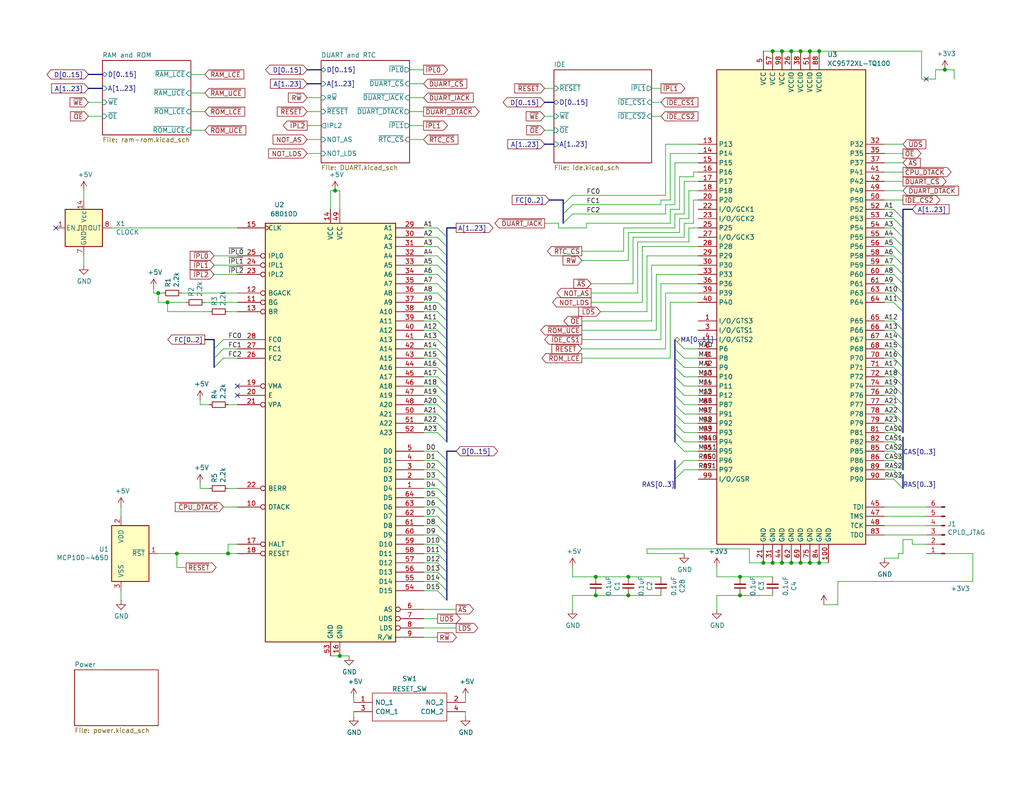
<source format=kicad_sch>
(kicad_sch (version 20230121) (generator eeschema)
  (paper "USLetter")
  (title_block (title "The Raven68k Experience") (date "2023-10-31") (rev "Rev 2.0") (company "Jani Kuituniemi and Chris Cureau"))
  (junction (at 162.56 162.56))
  (junction (at 162.56 157.48))
  (junction (at 215.9 153.67))
  (junction (at 218.44 13.97))
  (junction (at 210.82 13.97))
  (junction (at 62.23 151.13))
  (junction (at 213.36 153.67))
  (junction (at 43.18 80.01))
  (junction (at 215.9 13.97))
  (junction (at 213.36 13.97))
  (junction (at 220.98 13.97))
  (junction (at 218.44 153.67))
  (junction (at 171.45 162.56))
  (junction (at 220.98 153.67))
  (junction (at 210.82 153.67))
  (junction (at 208.28 153.67))
  (junction (at 171.45 157.48))
  (junction (at 223.52 13.97))
  (junction (at 201.93 157.48))
  (junction (at 91.44 52.07))
  (junction (at 201.93 162.56))
  (junction (at 223.52 153.67))
  (junction (at 92.71 179.07))
  (junction (at 48.26 151.13))
  (junction (at 45.72 82.55))
  (junction (at 257.81 19.05))
  (no_connect (at 64.77 105.41))
  (no_connect (at 15.24 62.23))
  (no_connect (at 64.77 107.95))
  (no_connect (at 252.73 21.59))
  (bus_entry (at 184.15 113.03) (size 2.54 2.54))
  (bus_entry (at 246.38 64.77) (size -2.54 -2.54))
  (bus_entry (at 246.38 115.57) (size -2.54 -2.54))
  (bus_entry (at 119.38 105.41) (size 2.54 2.54))
  (bus_entry (at 246.38 85.09) (size -2.54 -2.54))
  (bus_entry (at 184.15 95.25) (size 2.54 2.54))
  (bus_entry (at 119.38 82.55) (size 2.54 2.54))
  (bus_entry (at 119.38 110.49) (size 2.54 2.54))
  (bus_entry (at 119.38 80.01) (size 2.54 2.54))
  (bus_entry (at 246.38 62.23) (size -2.54 -2.54))
  (bus_entry (at 246.38 67.31) (size -2.54 -2.54))
  (bus_entry (at 119.38 74.93) (size 2.54 2.54))
  (bus_entry (at 119.38 113.03) (size 2.54 2.54))
  (bus_entry (at 119.38 143.51) (size 2.54 2.54))
  (bus_entry (at 119.38 118.11) (size 2.54 2.54))
  (bus_entry (at 119.38 85.09) (size 2.54 2.54))
  (bus_entry (at 119.38 148.59) (size 2.54 2.54))
  (bus_entry (at 184.15 107.95) (size 2.54 2.54))
  (bus_entry (at 119.38 153.67) (size 2.54 2.54))
  (bus_entry (at 119.38 92.71) (size 2.54 2.54))
  (bus_entry (at 119.38 97.79) (size 2.54 2.54))
  (bus_entry (at 119.38 130.81) (size 2.54 2.54))
  (bus_entry (at 246.38 82.55) (size -2.54 -2.54))
  (bus_entry (at 156.21 53.34) (size -2.54 2.54))
  (bus_entry (at 246.38 128.27) (size -2.54 -2.54))
  (bus_entry (at 119.38 62.23) (size 2.54 2.54))
  (bus_entry (at 184.15 115.57) (size 2.54 2.54))
  (bus_entry (at 119.38 115.57) (size 2.54 2.54))
  (bus_entry (at 184.15 110.49) (size 2.54 2.54))
  (bus_entry (at 119.38 135.89) (size 2.54 2.54))
  (bus_entry (at 156.21 55.88) (size -2.54 2.54))
  (bus_entry (at 119.38 125.73) (size 2.54 2.54))
  (bus_entry (at 246.38 90.17) (size -2.54 -2.54))
  (bus_entry (at 246.38 113.03) (size -2.54 -2.54))
  (bus_entry (at 184.15 102.87) (size 2.54 2.54))
  (bus_entry (at 119.38 90.17) (size 2.54 2.54))
  (bus_entry (at 119.38 146.05) (size 2.54 2.54))
  (bus_entry (at 184.15 118.11) (size 2.54 2.54))
  (bus_entry (at 119.38 107.95) (size 2.54 2.54))
  (bus_entry (at 246.38 100.33) (size -2.54 -2.54))
  (bus_entry (at 246.38 59.69) (size -2.54 -2.54))
  (bus_entry (at 119.38 64.77) (size 2.54 2.54))
  (bus_entry (at 60.96 92.71) (size -2.54 2.54))
  (bus_entry (at 60.96 97.79) (size -2.54 2.54))
  (bus_entry (at 246.38 133.35) (size -2.54 -2.54))
  (bus_entry (at 246.38 80.01) (size -2.54 -2.54))
  (bus_entry (at 119.38 72.39) (size 2.54 2.54))
  (bus_entry (at 246.38 97.79) (size -2.54 -2.54))
  (bus_entry (at 119.38 100.33) (size 2.54 2.54))
  (bus_entry (at 119.38 102.87) (size 2.54 2.54))
  (bus_entry (at 246.38 125.73) (size -2.54 -2.54))
  (bus_entry (at 184.15 100.33) (size 2.54 2.54))
  (bus_entry (at 184.15 105.41) (size 2.54 2.54))
  (bus_entry (at 246.38 77.47) (size -2.54 -2.54))
  (bus_entry (at 184.15 128.27) (size 2.54 -2.54))
  (bus_entry (at 246.38 69.85) (size -2.54 -2.54))
  (bus_entry (at 246.38 123.19) (size -2.54 -2.54))
  (bus_entry (at 119.38 138.43) (size 2.54 2.54))
  (bus_entry (at 119.38 161.29) (size 2.54 2.54))
  (bus_entry (at 184.15 92.71) (size 2.54 2.54))
  (bus_entry (at 119.38 156.21) (size 2.54 2.54))
  (bus_entry (at 119.38 95.25) (size 2.54 2.54))
  (bus_entry (at 246.38 95.25) (size -2.54 -2.54))
  (bus_entry (at 119.38 67.31) (size 2.54 2.54))
  (bus_entry (at 184.15 97.79) (size 2.54 2.54))
  (bus_entry (at 119.38 140.97) (size 2.54 2.54))
  (bus_entry (at 156.21 58.42) (size -2.54 2.54))
  (bus_entry (at 119.38 87.63) (size 2.54 2.54))
  (bus_entry (at 246.38 130.81) (size -2.54 -2.54))
  (bus_entry (at 246.38 118.11) (size -2.54 -2.54))
  (bus_entry (at 119.38 77.47) (size 2.54 2.54))
  (bus_entry (at 246.38 92.71) (size -2.54 -2.54))
  (bus_entry (at 246.38 72.39) (size -2.54 -2.54))
  (bus_entry (at 246.38 105.41) (size -2.54 -2.54))
  (bus_entry (at 119.38 158.75) (size 2.54 2.54))
  (bus_entry (at 184.15 130.81) (size 2.54 -2.54))
  (bus_entry (at 246.38 110.49) (size -2.54 -2.54))
  (bus_entry (at 119.38 151.13) (size 2.54 2.54))
  (bus_entry (at 246.38 102.87) (size -2.54 -2.54))
  (bus_entry (at 119.38 123.19) (size 2.54 2.54))
  (bus_entry (at 119.38 128.27) (size 2.54 2.54))
  (bus_entry (at 246.38 74.93) (size -2.54 -2.54))
  (bus_entry (at 60.96 95.25) (size -2.54 2.54))
  (bus_entry (at 246.38 107.95) (size -2.54 -2.54))
  (bus_entry (at 119.38 69.85) (size 2.54 2.54))
  (bus_entry (at 184.15 120.65) (size 2.54 2.54))
  (bus_entry (at 119.38 133.35) (size 2.54 2.54))
  (bus_entry (at 246.38 120.65) (size -2.54 -2.54))
  (bus (pts (xy 121.92 130.81) (xy 121.92 133.35)))
  (wire (pts (xy 119.38 97.79) (xy 115.57 97.79)))
  (bus (pts (xy 24.13 20.32) (xy 27.94 20.32)))
  (bus (pts (xy 246.38 100.33) (xy 246.38 102.87)))
  (wire (pts (xy 186.69 100.33) (xy 190.5 100.33)))
  (wire (pts (xy 189.23 48.26) (xy 189.23 46.99)))
  (wire (pts (xy 115.57 153.67) (xy 119.38 153.67)))
  (wire (pts (xy 92.71 179.07) (xy 95.25 179.07)))
  (bus (pts (xy 121.92 118.11) (xy 121.92 120.65)))
  (wire (pts (xy 185.42 63.5) (xy 185.42 59.69)))
  (bus (pts (xy 121.92 143.51) (xy 121.92 146.05)))
  (wire (pts (xy 43.18 80.01) (xy 41.91 80.01)))
  (bus (pts (xy 121.92 97.79) (xy 121.92 100.33)))
  (wire (pts (xy 241.3 59.69) (xy 243.84 59.69)))
  (bus (pts (xy 153.67 54.61) (xy 153.67 55.88)))
  (wire (pts (xy 161.29 80.01) (xy 173.99 80.01)))
  (wire (pts (xy 241.3 143.51) (xy 252.73 143.51)))
  (wire (pts (xy 172.72 64.77) (xy 186.69 64.77)))
  (wire (pts (xy 115.57 173.99) (xy 119.38 173.99)))
  (wire (pts (xy 241.3 100.33) (xy 243.84 100.33)))
  (bus (pts (xy 246.38 125.73) (xy 246.38 128.27)))
  (wire (pts (xy 241.3 77.47) (xy 243.84 77.47)))
  (bus (pts (xy 184.15 130.81) (xy 184.15 133.35)))
  (wire (pts (xy 208.28 13.97) (xy 210.82 13.97)))
  (bus (pts (xy 184.15 118.11) (xy 184.15 120.65)))
  (bus (pts (xy 83.82 19.05) (xy 87.63 19.05)))
  (wire (pts (xy 218.44 153.67) (xy 220.98 153.67)))
  (wire (pts (xy 180.34 54.61) (xy 182.88 54.61)))
  (bus (pts (xy 246.38 102.87) (xy 246.38 105.41)))
  (wire (pts (xy 187.96 52.07) (xy 190.5 52.07)))
  (wire (pts (xy 151.13 24.13) (xy 148.59 24.13)))
  (bus (pts (xy 121.92 138.43) (xy 121.92 140.97)))
  (wire (pts (xy 151.13 31.75) (xy 148.59 31.75)))
  (wire (pts (xy 119.38 87.63) (xy 115.57 87.63)))
  (wire (pts (xy 177.8 72.39) (xy 190.5 72.39)))
  (wire (pts (xy 186.69 115.57) (xy 190.5 115.57)))
  (wire (pts (xy 186.69 123.19) (xy 190.5 123.19)))
  (wire (pts (xy 241.3 140.97) (xy 252.73 140.97)))
  (bus (pts (xy 121.92 100.33) (xy 121.92 102.87)))
  (wire (pts (xy 186.69 49.53) (xy 190.5 49.53)))
  (bus (pts (xy 148.59 27.94) (xy 151.13 27.94)))
  (wire (pts (xy 260.35 19.05) (xy 257.81 19.05)))
  (bus (pts (xy 184.15 102.87) (xy 184.15 105.41)))
  (wire (pts (xy 41.91 80.01) (xy 41.91 78.74)))
  (wire (pts (xy 213.36 13.97) (xy 215.9 13.97)))
  (wire (pts (xy 115.57 133.35) (xy 119.38 133.35)))
  (wire (pts (xy 60.96 97.79) (xy 64.77 97.79)))
  (wire (pts (xy 241.3 80.01) (xy 243.84 80.01)))
  (wire (pts (xy 96.52 190.5) (xy 96.52 191.77)))
  (bus (pts (xy 121.92 95.25) (xy 121.92 97.79)))
  (wire (pts (xy 152.4 62.23) (xy 160.02 62.23)))
  (wire (pts (xy 158.75 97.79) (xy 182.88 97.79)))
  (wire (pts (xy 119.38 80.01) (xy 115.57 80.01)))
  (wire (pts (xy 64.77 85.09) (xy 62.23 85.09)))
  (wire (pts (xy 241.3 44.45) (xy 246.38 44.45)))
  (wire (pts (xy 127 194.31) (xy 127 195.58)))
  (wire (pts (xy 115.57 171.45) (xy 124.46 171.45)))
  (wire (pts (xy 170.18 62.23) (xy 184.15 62.23)))
  (wire (pts (xy 115.57 151.13) (xy 119.38 151.13)))
  (wire (pts (xy 177.8 24.13) (xy 180.34 24.13)))
  (wire (pts (xy 27.94 31.75) (xy 24.13 31.75)))
  (wire (pts (xy 241.3 110.49) (xy 243.84 110.49)))
  (bus (pts (xy 246.38 72.39) (xy 246.38 74.93)))
  (wire (pts (xy 96.52 194.31) (xy 96.52 195.58)))
  (wire (pts (xy 241.3 92.71) (xy 243.84 92.71)))
  (wire (pts (xy 54.61 133.35) (xy 54.61 132.08)))
  (bus (pts (xy 121.92 62.23) (xy 124.46 62.23)))
  (wire (pts (xy 115.57 146.05) (xy 119.38 146.05)))
  (wire (pts (xy 151.13 35.56) (xy 148.59 35.56)))
  (wire (pts (xy 180.34 92.71) (xy 180.34 77.47)))
  (wire (pts (xy 184.15 58.42) (xy 186.69 58.42)))
  (wire (pts (xy 176.53 85.09) (xy 176.53 69.85)))
  (wire (pts (xy 241.3 39.37) (xy 246.38 39.37)))
  (wire (pts (xy 115.57 140.97) (xy 119.38 140.97)))
  (wire (pts (xy 195.58 157.48) (xy 201.93 157.48)))
  (bus (pts (xy 246.38 85.09) (xy 246.38 90.17)))
  (wire (pts (xy 213.36 153.67) (xy 215.9 153.67)))
  (wire (pts (xy 160.02 60.96) (xy 182.88 60.96)))
  (bus (pts (xy 246.38 64.77) (xy 246.38 67.31)))
  (wire (pts (xy 251.46 13.97) (xy 223.52 13.97)))
  (wire (pts (xy 210.82 162.56) (xy 201.93 162.56)))
  (wire (pts (xy 184.15 44.45) (xy 190.5 44.45)))
  (wire (pts (xy 241.3 146.05) (xy 252.73 146.05)))
  (bus (pts (xy 184.15 128.27) (xy 184.15 130.81)))
  (wire (pts (xy 119.38 85.09) (xy 115.57 85.09)))
  (bus (pts (xy 246.38 113.03) (xy 246.38 115.57)))
  (bus (pts (xy 121.92 90.17) (xy 121.92 92.71)))
  (wire (pts (xy 87.63 26.67) (xy 83.82 26.67)))
  (wire (pts (xy 119.38 102.87) (xy 115.57 102.87)))
  (wire (pts (xy 111.76 34.29) (xy 115.57 34.29)))
  (bus (pts (xy 121.92 62.23) (xy 121.92 64.77)))
  (wire (pts (xy 179.07 74.93) (xy 179.07 90.17)))
  (bus (pts (xy 83.82 22.86) (xy 87.63 22.86)))
  (wire (pts (xy 180.34 55.88) (xy 180.34 54.61)))
  (wire (pts (xy 265.43 151.13) (xy 265.43 158.75)))
  (wire (pts (xy 27.94 27.94) (xy 24.13 27.94)))
  (wire (pts (xy 220.98 13.97) (xy 223.52 13.97)))
  (bus (pts (xy 184.15 95.25) (xy 184.15 97.79)))
  (wire (pts (xy 60.96 92.71) (xy 64.77 92.71)))
  (wire (pts (xy 182.88 97.79) (xy 182.88 82.55)))
  (wire (pts (xy 186.69 64.77) (xy 186.69 60.96)))
  (wire (pts (xy 45.72 82.55) (xy 43.18 82.55)))
  (wire (pts (xy 241.3 118.11) (xy 243.84 118.11)))
  (wire (pts (xy 115.57 38.1) (xy 111.76 38.1)))
  (wire (pts (xy 171.45 157.48) (xy 180.34 157.48)))
  (wire (pts (xy 45.72 85.09) (xy 45.72 82.55)))
  (wire (pts (xy 119.38 110.49) (xy 115.57 110.49)))
  (wire (pts (xy 186.69 128.27) (xy 190.5 128.27)))
  (bus (pts (xy 246.38 130.81) (xy 246.38 133.35)))
  (wire (pts (xy 64.77 80.01) (xy 49.53 80.01)))
  (wire (pts (xy 248.92 147.32) (xy 248.92 148.59)))
  (wire (pts (xy 119.38 107.95) (xy 115.57 107.95)))
  (wire (pts (xy 83.82 34.29) (xy 87.63 34.29)))
  (wire (pts (xy 186.69 118.11) (xy 190.5 118.11)))
  (wire (pts (xy 64.77 148.59) (xy 62.23 148.59)))
  (wire (pts (xy 52.07 20.32) (xy 55.88 20.32)))
  (wire (pts (xy 228.6 165.1) (xy 224.79 165.1)))
  (bus (pts (xy 246.38 90.17) (xy 246.38 92.71)))
  (wire (pts (xy 241.3 41.91) (xy 246.38 41.91)))
  (wire (pts (xy 187.96 59.69) (xy 187.96 52.07)))
  (wire (pts (xy 119.38 90.17) (xy 115.57 90.17)))
  (wire (pts (xy 246.38 151.13) (xy 246.38 147.32)))
  (wire (pts (xy 119.38 95.25) (xy 115.57 95.25)))
  (bus (pts (xy 184.15 125.73) (xy 184.15 128.27)))
  (wire (pts (xy 115.57 62.23) (xy 119.38 62.23)))
  (wire (pts (xy 186.69 60.96) (xy 189.23 60.96)))
  (wire (pts (xy 48.26 154.94) (xy 48.26 151.13)))
  (wire (pts (xy 248.92 148.59) (xy 252.73 148.59)))
  (wire (pts (xy 186.69 95.25) (xy 190.5 95.25)))
  (bus (pts (xy 184.15 97.79) (xy 184.15 100.33)))
  (wire (pts (xy 115.57 118.11) (xy 119.38 118.11)))
  (wire (pts (xy 182.88 82.55) (xy 190.5 82.55)))
  (wire (pts (xy 115.57 168.91) (xy 119.38 168.91)))
  (wire (pts (xy 156.21 162.56) (xy 156.21 166.37)))
  (wire (pts (xy 127 190.5) (xy 127 191.77)))
  (wire (pts (xy 119.38 72.39) (xy 115.57 72.39)))
  (wire (pts (xy 158.75 92.71) (xy 180.34 92.71)))
  (wire (pts (xy 30.48 62.23) (xy 64.77 62.23)))
  (wire (pts (xy 158.75 71.12) (xy 171.45 71.12)))
  (wire (pts (xy 185.42 48.26) (xy 189.23 48.26)))
  (bus (pts (xy 121.92 151.13) (xy 121.92 153.67)))
  (wire (pts (xy 158.75 68.58) (xy 170.18 68.58)))
  (wire (pts (xy 92.71 52.07) (xy 91.44 52.07)))
  (wire (pts (xy 115.57 125.73) (xy 119.38 125.73)))
  (bus (pts (xy 121.92 69.85) (xy 121.92 72.39)))
  (wire (pts (xy 241.3 57.15) (xy 243.84 57.15)))
  (bus (pts (xy 121.92 146.05) (xy 121.92 148.59)))
  (wire (pts (xy 189.23 54.61) (xy 190.5 54.61)))
  (wire (pts (xy 156.21 157.48) (xy 162.56 157.48)))
  (bus (pts (xy 121.92 74.93) (xy 121.92 77.47)))
  (wire (pts (xy 111.76 26.67) (xy 115.57 26.67)))
  (wire (pts (xy 181.61 80.01) (xy 181.61 95.25)))
  (bus (pts (xy 184.15 105.41) (xy 184.15 107.95)))
  (bus (pts (xy 246.38 107.95) (xy 246.38 110.49)))
  (wire (pts (xy 190.5 74.93) (xy 179.07 74.93)))
  (bus (pts (xy 184.15 115.57) (xy 184.15 118.11)))
  (wire (pts (xy 92.71 52.07) (xy 92.71 57.15)))
  (wire (pts (xy 220.98 153.67) (xy 223.52 153.67)))
  (bus (pts (xy 121.92 87.63) (xy 121.92 90.17)))
  (wire (pts (xy 156.21 58.42) (xy 181.61 58.42)))
  (wire (pts (xy 176.53 151.13) (xy 176.53 149.86)))
  (wire (pts (xy 62.23 110.49) (xy 64.77 110.49)))
  (wire (pts (xy 189.23 46.99) (xy 190.5 46.99)))
  (bus (pts (xy 121.92 140.97) (xy 121.92 143.51)))
  (bus (pts (xy 58.42 92.71) (xy 55.88 92.71)))
  (wire (pts (xy 185.42 59.69) (xy 187.96 59.69)))
  (wire (pts (xy 54.61 110.49) (xy 54.61 109.22)))
  (bus (pts (xy 246.38 82.55) (xy 246.38 85.09)))
  (wire (pts (xy 186.69 58.42) (xy 186.69 49.53)))
  (wire (pts (xy 204.47 153.67) (xy 208.28 153.67)))
  (wire (pts (xy 43.18 151.13) (xy 48.26 151.13)))
  (wire (pts (xy 171.45 162.56) (xy 162.56 162.56)))
  (wire (pts (xy 241.3 138.43) (xy 252.73 138.43)))
  (wire (pts (xy 33.02 161.29) (xy 33.02 163.83)))
  (bus (pts (xy 246.38 62.23) (xy 246.38 64.77)))
  (bus (pts (xy 246.38 80.01) (xy 246.38 82.55)))
  (wire (pts (xy 181.61 39.37) (xy 190.5 39.37)))
  (bus (pts (xy 246.38 92.71) (xy 246.38 95.25)))
  (wire (pts (xy 201.93 162.56) (xy 195.58 162.56)))
  (wire (pts (xy 158.75 87.63) (xy 177.8 87.63)))
  (wire (pts (xy 241.3 102.87) (xy 243.84 102.87)))
  (wire (pts (xy 181.61 53.34) (xy 181.61 39.37)))
  (bus (pts (xy 184.15 100.33) (xy 184.15 102.87)))
  (wire (pts (xy 62.23 148.59) (xy 62.23 151.13)))
  (wire (pts (xy 177.8 31.75) (xy 180.34 31.75)))
  (wire (pts (xy 152.4 60.96) (xy 152.4 62.23)))
  (wire (pts (xy 215.9 153.67) (xy 218.44 153.67)))
  (bus (pts (xy 246.38 57.15) (xy 246.38 59.69)))
  (wire (pts (xy 260.35 21.59) (xy 260.35 19.05)))
  (wire (pts (xy 115.57 130.81) (xy 119.38 130.81)))
  (bus (pts (xy 121.92 82.55) (xy 121.92 85.09)))
  (bus (pts (xy 246.38 119.38) (xy 246.38 120.65)))
  (wire (pts (xy 156.21 154.94) (xy 156.21 157.48)))
  (bus (pts (xy 121.92 123.19) (xy 121.92 125.73)))
  (bus (pts (xy 121.92 64.77) (xy 121.92 67.31)))
  (wire (pts (xy 177.8 87.63) (xy 177.8 72.39)))
  (wire (pts (xy 87.63 41.91) (xy 83.82 41.91)))
  (wire (pts (xy 60.96 95.25) (xy 64.77 95.25)))
  (wire (pts (xy 64.77 138.43) (xy 60.96 138.43)))
  (wire (pts (xy 162.56 157.48) (xy 171.45 157.48)))
  (wire (pts (xy 115.57 113.03) (xy 119.38 113.03)))
  (wire (pts (xy 255.27 19.05) (xy 255.27 21.59)))
  (wire (pts (xy 241.3 69.85) (xy 243.84 69.85)))
  (wire (pts (xy 223.52 153.67) (xy 226.06 153.67)))
  (wire (pts (xy 241.3 74.93) (xy 243.84 74.93)))
  (wire (pts (xy 189.23 60.96) (xy 189.23 54.61)))
  (wire (pts (xy 161.29 82.55) (xy 175.26 82.55)))
  (bus (pts (xy 121.92 153.67) (xy 121.92 156.21)))
  (wire (pts (xy 241.3 113.03) (xy 243.84 113.03)))
  (bus (pts (xy 58.42 95.25) (xy 58.42 97.79)))
  (wire (pts (xy 181.61 95.25) (xy 158.75 95.25)))
  (bus (pts (xy 121.92 110.49) (xy 121.92 113.03)))
  (wire (pts (xy 186.69 113.03) (xy 190.5 113.03)))
  (wire (pts (xy 115.57 115.57) (xy 119.38 115.57)))
  (wire (pts (xy 90.17 52.07) (xy 90.17 57.15)))
  (wire (pts (xy 52.07 35.56) (xy 55.88 35.56)))
  (bus (pts (xy 121.92 125.73) (xy 121.92 128.27)))
  (wire (pts (xy 182.88 54.61) (xy 182.88 41.91)))
  (wire (pts (xy 195.58 154.94) (xy 195.58 157.48)))
  (wire (pts (xy 241.3 128.27) (xy 243.84 128.27)))
  (wire (pts (xy 180.34 77.47) (xy 190.5 77.47)))
  (wire (pts (xy 115.57 64.77) (xy 119.38 64.77)))
  (wire (pts (xy 241.3 95.25) (xy 243.84 95.25)))
  (wire (pts (xy 115.57 166.37) (xy 124.46 166.37)))
  (wire (pts (xy 90.17 52.07) (xy 91.44 52.07)))
  (wire (pts (xy 255.27 21.59) (xy 251.46 21.59)))
  (wire (pts (xy 170.18 68.58) (xy 170.18 62.23)))
  (wire (pts (xy 182.88 57.15) (xy 185.42 57.15)))
  (wire (pts (xy 241.3 72.39) (xy 243.84 72.39)))
  (bus (pts (xy 121.92 158.75) (xy 121.92 161.29)))
  (wire (pts (xy 218.44 13.97) (xy 220.98 13.97)))
  (wire (pts (xy 195.58 162.56) (xy 195.58 166.37)))
  (bus (pts (xy 246.38 97.79) (xy 246.38 100.33)))
  (bus (pts (xy 121.92 128.27) (xy 121.92 130.81)))
  (wire (pts (xy 210.82 13.97) (xy 213.36 13.97)))
  (wire (pts (xy 119.38 100.33) (xy 115.57 100.33)))
  (wire (pts (xy 179.07 90.17) (xy 158.75 90.17)))
  (wire (pts (xy 241.3 54.61) (xy 246.38 54.61)))
  (wire (pts (xy 241.3 107.95) (xy 243.84 107.95)))
  (wire (pts (xy 241.3 52.07) (xy 246.38 52.07)))
  (wire (pts (xy 171.45 162.56) (xy 180.34 162.56)))
  (wire (pts (xy 187.96 62.23) (xy 190.5 62.23)))
  (wire (pts (xy 64.77 82.55) (xy 55.88 82.55)))
  (wire (pts (xy 50.8 154.94) (xy 48.26 154.94)))
  (wire (pts (xy 156.21 55.88) (xy 180.34 55.88)))
  (wire (pts (xy 173.99 80.01) (xy 173.99 66.04)))
  (wire (pts (xy 241.3 62.23) (xy 243.84 62.23)))
  (wire (pts (xy 119.38 92.71) (xy 115.57 92.71)))
  (wire (pts (xy 241.3 82.55) (xy 243.84 82.55)))
  (wire (pts (xy 241.3 97.79) (xy 243.84 97.79)))
  (bus (pts (xy 121.92 123.19) (xy 124.46 123.19)))
  (bus (pts (xy 246.38 77.47) (xy 246.38 80.01)))
  (wire (pts (xy 52.07 25.4) (xy 55.88 25.4)))
  (wire (pts (xy 241.3 46.99) (xy 246.38 46.99)))
  (bus (pts (xy 246.38 69.85) (xy 246.38 72.39)))
  (wire (pts (xy 182.88 60.96) (xy 182.88 57.15)))
  (wire (pts (xy 57.15 133.35) (xy 54.61 133.35)))
  (wire (pts (xy 57.15 85.09) (xy 45.72 85.09)))
  (wire (pts (xy 181.61 55.88) (xy 184.15 55.88)))
  (wire (pts (xy 163.83 85.09) (xy 176.53 85.09)))
  (bus (pts (xy 121.92 113.03) (xy 121.92 115.57)))
  (bus (pts (xy 246.38 95.25) (xy 246.38 97.79)))
  (bus (pts (xy 121.92 115.57) (xy 121.92 118.11)))
  (wire (pts (xy 115.57 138.43) (xy 119.38 138.43)))
  (wire (pts (xy 115.57 148.59) (xy 119.38 148.59)))
  (wire (pts (xy 119.38 74.93) (xy 115.57 74.93)))
  (wire (pts (xy 186.69 97.79) (xy 190.5 97.79)))
  (wire (pts (xy 241.3 123.19) (xy 243.84 123.19)))
  (wire (pts (xy 241.3 120.65) (xy 243.84 120.65)))
  (bus (pts (xy 246.38 67.31) (xy 246.38 69.85)))
  (wire (pts (xy 50.8 82.55) (xy 45.72 82.55)))
  (wire (pts (xy 111.76 22.86) (xy 115.57 22.86)))
  (wire (pts (xy 33.02 138.43) (xy 33.02 140.97)))
  (wire (pts (xy 245.11 151.13) (xy 245.11 152.4)))
  (wire (pts (xy 87.63 30.48) (xy 83.82 30.48)))
  (wire (pts (xy 119.38 105.41) (xy 115.57 105.41)))
  (wire (pts (xy 160.02 60.96) (xy 160.02 62.23)))
  (bus (pts (xy 121.92 133.35) (xy 121.92 135.89)))
  (wire (pts (xy 241.3 90.17) (xy 243.84 90.17)))
  (wire (pts (xy 251.46 21.59) (xy 251.46 13.97)))
  (wire (pts (xy 241.3 130.81) (xy 243.84 130.81)))
  (wire (pts (xy 57.15 110.49) (xy 54.61 110.49)))
  (wire (pts (xy 22.86 52.07) (xy 22.86 54.61)))
  (wire (pts (xy 184.15 62.23) (xy 184.15 58.42)))
  (bus (pts (xy 153.67 58.42) (xy 153.67 60.96)))
  (wire (pts (xy 161.29 77.47) (xy 172.72 77.47)))
  (bus (pts (xy 246.38 74.93) (xy 246.38 77.47)))
  (bus (pts (xy 184.15 92.71) (xy 184.15 95.25)))
  (wire (pts (xy 257.81 19.05) (xy 255.27 19.05)))
  (wire (pts (xy 186.69 110.49) (xy 190.5 110.49)))
  (bus (pts (xy 121.92 72.39) (xy 121.92 74.93)))
  (wire (pts (xy 228.6 158.75) (xy 228.6 165.1)))
  (wire (pts (xy 185.42 57.15) (xy 185.42 48.26)))
  (wire (pts (xy 148.59 60.96) (xy 152.4 60.96)))
  (wire (pts (xy 162.56 162.56) (xy 156.21 162.56)))
  (wire (pts (xy 176.53 149.86) (xy 204.47 149.86)))
  (wire (pts (xy 115.57 135.89) (xy 119.38 135.89)))
  (wire (pts (xy 186.69 102.87) (xy 190.5 102.87)))
  (bus (pts (xy 184.15 113.03) (xy 184.15 115.57)))
  (wire (pts (xy 172.72 77.47) (xy 172.72 64.77)))
  (wire (pts (xy 186.69 120.65) (xy 190.5 120.65)))
  (wire (pts (xy 204.47 149.86) (xy 204.47 153.67)))
  (bus (pts (xy 246.38 105.41) (xy 246.38 107.95)))
  (bus (pts (xy 58.42 97.79) (xy 58.42 100.33)))
  (wire (pts (xy 182.88 41.91) (xy 190.5 41.91)))
  (wire (pts (xy 171.45 63.5) (xy 185.42 63.5)))
  (bus (pts (xy 121.92 77.47) (xy 121.92 80.01)))
  (wire (pts (xy 246.38 147.32) (xy 248.92 147.32)))
  (bus (pts (xy 121.92 80.01) (xy 121.92 82.55)))
  (wire (pts (xy 119.38 161.29) (xy 115.57 161.29)))
  (wire (pts (xy 246.38 151.13) (xy 245.11 151.13)))
  (wire (pts (xy 186.69 105.41) (xy 190.5 105.41)))
  (bus (pts (xy 121.92 161.29) (xy 121.92 163.83)))
  (wire (pts (xy 115.57 158.75) (xy 119.38 158.75)))
  (wire (pts (xy 252.73 151.13) (xy 265.43 151.13)))
  (wire (pts (xy 186.69 107.95) (xy 190.5 107.95)))
  (bus (pts (xy 121.92 102.87) (xy 121.92 105.41)))
  (wire (pts (xy 184.15 55.88) (xy 184.15 44.45)))
  (wire (pts (xy 187.96 66.04) (xy 187.96 62.23)))
  (wire (pts (xy 115.57 67.31) (xy 119.38 67.31)))
  (wire (pts (xy 215.9 13.97) (xy 218.44 13.97)))
  (wire (pts (xy 241.3 115.57) (xy 243.84 115.57)))
  (wire (pts (xy 22.86 69.85) (xy 22.86 72.39)))
  (wire (pts (xy 186.69 125.73) (xy 190.5 125.73)))
  (wire (pts (xy 115.57 128.27) (xy 119.38 128.27)))
  (wire (pts (xy 115.57 156.21) (xy 119.38 156.21)))
  (wire (pts (xy 181.61 58.42) (xy 181.61 55.88)))
  (bus (pts (xy 184.15 107.95) (xy 184.15 110.49)))
  (wire (pts (xy 58.42 72.39) (xy 64.77 72.39)))
  (wire (pts (xy 241.3 87.63) (xy 243.84 87.63)))
  (bus (pts (xy 153.67 55.88) (xy 153.67 58.42)))
  (bus (pts (xy 246.38 59.69) (xy 246.38 62.23)))
  (wire (pts (xy 43.18 82.55) (xy 43.18 80.01)))
  (wire (pts (xy 52.07 30.48) (xy 55.88 30.48)))
  (wire (pts (xy 208.28 153.67) (xy 210.82 153.67)))
  (wire (pts (xy 119.38 77.47) (xy 115.57 77.47)))
  (wire (pts (xy 201.93 157.48) (xy 210.82 157.48)))
  (wire (pts (xy 241.3 67.31) (xy 243.84 67.31)))
  (wire (pts (xy 245.11 152.4) (xy 241.3 152.4)))
  (wire (pts (xy 241.3 105.41) (xy 243.84 105.41)))
  (wire (pts (xy 176.53 151.13) (xy 186.69 151.13)))
  (wire (pts (xy 175.26 67.31) (xy 190.5 67.31)))
  (wire (pts (xy 171.45 71.12) (xy 171.45 63.5)))
  (bus (pts (xy 121.92 105.41) (xy 121.92 107.95)))
  (wire (pts (xy 111.76 30.48) (xy 115.57 30.48)))
  (wire (pts (xy 265.43 158.75) (xy 228.6 158.75)))
  (bus (pts (xy 121.92 85.09) (xy 121.92 87.63)))
  (bus (pts (xy 246.38 123.19) (xy 246.38 125.73)))
  (wire (pts (xy 87.63 38.1) (xy 83.82 38.1)))
  (wire (pts (xy 48.26 151.13) (xy 62.23 151.13)))
  (wire (pts (xy 241.3 49.53) (xy 246.38 49.53)))
  (bus (pts (xy 246.38 129.54) (xy 246.38 130.81)))
  (wire (pts (xy 241.3 125.73) (xy 243.84 125.73)))
  (wire (pts (xy 176.53 69.85) (xy 190.5 69.85)))
  (bus (pts (xy 148.59 39.37) (xy 151.13 39.37)))
  (wire (pts (xy 241.3 64.77) (xy 243.84 64.77)))
  (wire (pts (xy 175.26 82.55) (xy 175.26 67.31)))
  (wire (pts (xy 90.17 179.07) (xy 92.71 179.07)))
  (bus (pts (xy 153.67 54.61) (xy 149.86 54.61)))
  (bus (pts (xy 58.42 92.71) (xy 58.42 95.25)))
  (wire (pts (xy 190.5 80.01) (xy 181.61 80.01)))
  (bus (pts (xy 246.38 120.65) (xy 246.38 123.19)))
  (bus (pts (xy 24.13 24.13) (xy 27.94 24.13)))
  (bus (pts (xy 246.38 57.15) (xy 248.92 57.15)))
  (wire (pts (xy 58.42 74.93) (xy 64.77 74.93)))
  (wire (pts (xy 173.99 66.04) (xy 187.96 66.04)))
  (bus (pts (xy 121.92 148.59) (xy 121.92 151.13)))
  (bus (pts (xy 246.38 115.57) (xy 246.38 118.11)))
  (wire (pts (xy 62.23 151.13) (xy 64.77 151.13)))
  (wire (pts (xy 156.21 53.34) (xy 181.61 53.34)))
  (wire (pts (xy 62.23 133.35) (xy 64.77 133.35)))
  (bus (pts (xy 121.92 67.31) (xy 121.92 69.85)))
  (bus (pts (xy 246.38 110.49) (xy 246.38 113.03)))
  (wire (pts (xy 58.42 69.85) (xy 64.77 69.85)))
  (wire (pts (xy 115.57 143.51) (xy 119.38 143.51)))
  (wire (pts (xy 115.57 69.85) (xy 119.38 69.85)))
  (wire (pts (xy 115.57 123.19) (xy 119.38 123.19)))
  (wire (pts (xy 210.82 153.67) (xy 213.36 153.67)))
  (bus (pts (xy 121.92 156.21) (xy 121.92 158.75)))
  (wire (pts (xy 111.76 19.05) (xy 115.57 19.05)))
  (bus (pts (xy 121.92 135.89) (xy 121.92 138.43)))
  (wire (pts (xy 119.38 82.55) (xy 115.57 82.55)))
  (bus (pts (xy 121.92 107.95) (xy 121.92 110.49)))
  (bus (pts (xy 121.92 92.71) (xy 121.92 95.25)))
  (bus (pts (xy 184.15 110.49) (xy 184.15 113.03)))
  (wire (pts (xy 177.8 27.94) (xy 180.34 27.94)))
  (wire (pts (xy 44.45 80.01) (xy 43.18 80.01)))
  (label "MA6" (at 190.5 110.49 0))
  (label "MA8" (at 190.5 115.57 0))
  (label "A20" (at 241.3 107.95 0))
  (label "MA7" (at 190.5 113.03 0))
  (label "RAS3" (at 241.3 130.81 0))
  (label "A5" (at 115.57 72.39 0))
  (label "A13" (at 241.3 90.17 0))
  (label "A10" (at 241.3 80.01 0))
  (label "A8" (at 241.3 74.93 0))
  (label "A22" (at 115.57 115.57 0))
  (label "D8" (at 116.205 143.51 0))
  (label "D12" (at 116.205 153.67 0))
  (label "A21" (at 115.57 113.03 0))
  (label "A10" (at 115.57 85.09 0))
  (label "A11" (at 115.57 87.63 0))
  (label "D15" (at 116.205 161.29 0))
  (label "A21" (at 241.3 110.49 0))
  (label "A17" (at 115.57 102.87 0))
  (label "A17" (at 241.3 100.33 0))
  (label "~{IPL1}" (at 62.23 72.39 0))
  (label "~{IPL0}" (at 62.23 69.85 0))
  (label "MA3" (at 190.5 102.87 0))
  (label "FC2" (at 160.02 58.42 0))
  (label "A6" (at 241.3 69.85 0))
  (label "A13" (at 115.57 92.71 0))
  (label "A2" (at 115.57 64.77 0))
  (label "CAS3" (at 241.3 125.73 0))
  (label "A9" (at 241.3 77.47 0))
  (label "CAS[0..3]" (at 246.38 124.46 0))
  (label "RAS0" (at 190.5 125.73 0))
  (label "D6" (at 116.205 138.43 0))
  (label "CAS0" (at 241.3 118.11 0))
  (label "A3" (at 241.3 62.23 0))
  (label "A2" (at 241.3 59.69 0))
  (label "A1" (at 115.57 62.23 0))
  (label "RAS[0..3]" (at 246.38 133.35 0))
  (label "FC2" (at 62.23 97.79 0))
  (label "RAS2" (at 241.3 128.27 0))
  (label "FC1" (at 62.23 95.25 0))
  (label "MA10" (at 190.5 120.65 0))
  (label "D5" (at 116.205 135.89 0))
  (label "A5" (at 241.3 67.31 0))
  (label "A14" (at 241.3 92.71 0))
  (label "A6" (at 115.57 74.93 0))
  (label "A1" (at 241.3 57.15 0))
  (label "A4" (at 115.57 69.85 0))
  (label "D7" (at 116.205 140.97 0))
  (label "D4" (at 116.205 133.35 0))
  (label "A19" (at 241.3 105.41 0))
  (label "A8" (at 115.57 80.01 0))
  (label "A16" (at 115.57 100.33 0))
  (label "D1" (at 116.205 125.73 0))
  (label "MA11" (at 190.5 123.19 0))
  (label "MA0" (at 190.5 95.25 0))
  (label "FC1" (at 160.02 55.88 0))
  (label "D2" (at 116.205 128.27 0))
  (label "MA2" (at 190.5 100.33 0))
  (label "D14" (at 116.205 158.75 0))
  (label "MA1" (at 190.5 97.79 0))
  (label "~{IPL2}" (at 62.23 74.93 0))
  (label "RAS1" (at 190.5 128.27 0))
  (label "A11" (at 241.3 82.55 0))
  (label "CAS2" (at 241.3 123.19 0))
  (label "D3" (at 116.205 130.81 0))
  (label "A12" (at 115.57 90.17 0))
  (label "D11" (at 116.205 151.13 0))
  (label "D9" (at 116.205 146.05 0))
  (label "D10" (at 116.205 148.59 0))
  (label "A23" (at 241.3 115.57 0))
  (label "A7" (at 241.3 72.39 0))
  (label "A14" (at 115.57 95.25 0))
  (label "D0" (at 116.205 123.19 0))
  (label "MA4" (at 190.5 105.41 0))
  (label "FC0" (at 62.23 92.71 0))
  (label "A16" (at 241.3 97.79 0))
  (label "MA9" (at 190.5 118.11 0))
  (label "A3" (at 115.57 67.31 0))
  (label "A7" (at 115.57 77.47 0))
  (label "A22" (at 241.3 113.03 0))
  (label "FC0" (at 160.02 53.34 0))
  (label "A19" (at 115.57 107.95 0))
  (label "A15" (at 115.57 97.79 0))
  (label "A12" (at 241.3 87.63 0))
  (label "A18" (at 241.3 102.87 0))
  (label "A18" (at 115.57 105.41 0))
  (label "A23" (at 115.57 118.11 0))
  (label "D13" (at 116.205 156.21 0))
  (label "A4" (at 241.3 64.77 0))
  (label "RAS[0..3]" (at 184.15 133.35 180))
  (label "A20" (at 115.57 110.49 0))
  (label "A9" (at 115.57 82.55 0))
  (label "A15" (at 241.3 95.25 0))
  (label "MA5" (at 190.5 107.95 0))
  (label "CAS1" (at 241.3 120.65 0))
  (global_label "R~{W}" (shape input) (at 158.75 71.12 180) (property "Intersheetrefs" "${INTERSHEET_REFS}" (effects hide)))
  (global_label "~{IPL0}" (shape output) (at 115.57 19.05 0) (property "Intersheetrefs" "${INTERSHEET_REFS}" (effects hide)))
  (global_label "~{RAM_UCE}" (shape input) (at 55.88 25.4 0) (property "Intersheetrefs" "${INTERSHEET_REFS}" (effects hide)))
  (global_label "~{RESET}" (shape output) (at 50.8 154.94 0) (property "Intersheetrefs" "${INTERSHEET_REFS}" (effects hide)))
  (global_label "~{IDE_CS1}" (shape input) (at 180.34 27.94 0) (property "Intersheetrefs" "${INTERSHEET_REFS}" (effects hide)))
  (global_label "NOT_LDS" (shape output) (at 161.29 82.55 180) (property "Intersheetrefs" "${INTERSHEET_REFS}" (effects hide)))
  (global_label "~{UDS}" (shape input) (at 246.38 39.37 0) (property "Intersheetrefs" "${INTERSHEET_REFS}" (effects hide)))
  (global_label "~{RESET}" (shape input) (at 158.75 95.25 180) (property "Intersheetrefs" "${INTERSHEET_REFS}" (effects hide)))
  (global_label "~{DUART_IACK}" (shape input) (at 115.57 26.67 0) (property "Intersheetrefs" "${INTERSHEET_REFS}" (effects hide)))
  (global_label "~{IPL2}" (shape output) (at 83.82 34.29 180) (property "Intersheetrefs" "${INTERSHEET_REFS}" (effects hide)))
  (global_label "~{DUART_DTACK}" (shape output) (at 115.57 30.48 0) (property "Intersheetrefs" "${INTERSHEET_REFS}" (effects hide)))
  (global_label "~{DUART_IACK}" (shape output) (at 148.59 60.96 180) (property "Intersheetrefs" "${INTERSHEET_REFS}" (effects hide)))
  (global_label "~{LDS}" (shape output) (at 124.46 171.45 0) (property "Intersheetrefs" "${INTERSHEET_REFS}" (effects hide)))
  (global_label "~{OE}" (shape output) (at 246.38 41.91 0) (property "Intersheetrefs" "${INTERSHEET_REFS}" (effects hide)))
  (global_label "~{WE}" (shape input) (at 148.59 31.75 180) (property "Intersheetrefs" "${INTERSHEET_REFS}" (effects hide)))
  (global_label "~{OE}" (shape output) (at 158.75 87.63 180) (property "Intersheetrefs" "${INTERSHEET_REFS}" (effects hide)))
  (global_label "~{AS}" (shape input) (at 161.29 77.47 180) (property "Intersheetrefs" "${INTERSHEET_REFS}" (effects hide)))
  (global_label "~{DUART_DTACK}" (shape input) (at 246.38 52.07 0) (property "Intersheetrefs" "${INTERSHEET_REFS}" (effects hide)))
  (global_label "~{IPL1}" (shape input) (at 58.42 72.39 180) (property "Intersheetrefs" "${INTERSHEET_REFS}" (effects hide)))
  (global_label "~{RTC_CS}" (shape input) (at 115.57 38.1 0) (property "Intersheetrefs" "${INTERSHEET_REFS}" (effects hide)))
  (global_label "R~{W}" (shape input) (at 83.82 26.67 180) (property "Intersheetrefs" "${INTERSHEET_REFS}" (effects hide)))
  (global_label "~{RAM_LCE}" (shape input) (at 55.88 20.32 0) (property "Intersheetrefs" "${INTERSHEET_REFS}" (effects hide)))
  (global_label "~{AS}" (shape output) (at 124.46 166.37 0) (property "Intersheetrefs" "${INTERSHEET_REFS}" (effects hide)))
  (global_label "~{LDS}" (shape input) (at 163.83 85.09 180) (property "Intersheetrefs" "${INTERSHEET_REFS}" (effects hide)))
  (global_label "D[0..15]" (shape bidirectional) (at 83.82 19.05 180) (property "Intersheetrefs" "${INTERSHEET_REFS}" (effects hide)))
  (global_label "~{ROM_UCE}" (shape input) (at 55.88 35.56 0) (property "Intersheetrefs" "${INTERSHEET_REFS}" (effects hide)))
  (global_label "~{ROM_UCE}" (shape output) (at 158.75 90.17 180) (property "Intersheetrefs" "${INTERSHEET_REFS}" (effects hide)))
  (global_label "A[1..23]" (shape input) (at 248.92 57.15 0) (property "Intersheetrefs" "${INTERSHEET_REFS}" (effects hide)))
  (global_label "~{IPL1}" (shape output) (at 115.57 34.29 0) (property "Intersheetrefs" "${INTERSHEET_REFS}" (effects hide)))
  (global_label "~{UDS}" (shape output) (at 119.38 168.91 0) (property "Intersheetrefs" "${INTERSHEET_REFS}" (effects hide)))
  (global_label "~{AS}" (shape input) (at 246.38 44.45 0) (property "Intersheetrefs" "${INTERSHEET_REFS}" (effects hide)))
  (global_label "~{ROM_LCE}" (shape output) (at 158.75 97.79 180) (property "Intersheetrefs" "${INTERSHEET_REFS}" (effects hide)))
  (global_label "FC[0..2]" (shape input) (at 149.86 54.61 180) (property "Intersheetrefs" "${INTERSHEET_REFS}" (effects hide)))
  (global_label "~{RESET}" (shape input) (at 83.82 30.48 180) (property "Intersheetrefs" "${INTERSHEET_REFS}" (effects hide)))
  (global_label "~{WE}" (shape input) (at 24.13 27.94 180) (property "Intersheetrefs" "${INTERSHEET_REFS}" (effects hide)))
  (global_label "~{CPU_DTACK}" (shape input) (at 60.96 138.43 180) (property "Intersheetrefs" "${INTERSHEET_REFS}" (effects hide)))
  (global_label "NOT_AS" (shape output) (at 161.29 80.01 180) (property "Intersheetrefs" "${INTERSHEET_REFS}" (effects hide)))
  (global_label "~{IDE_CS2}" (shape input) (at 180.34 31.75 0) (property "Intersheetrefs" "${INTERSHEET_REFS}" (effects hide)))
  (global_label "R~{W}" (shape output) (at 119.38 173.99 0) (property "Intersheetrefs" "${INTERSHEET_REFS}" (effects hide)))
  (global_label "~{RTC_CS}" (shape output) (at 158.75 68.58 180) (property "Intersheetrefs" "${INTERSHEET_REFS}" (effects hide)))
  (global_label "~{IPL1}" (shape output) (at 180.34 24.13 0) (property "Intersheetrefs" "${INTERSHEET_REFS}" (effects hide)))
  (global_label "~{CPU_DTACK}" (shape output) (at 246.38 46.99 0) (property "Intersheetrefs" "${INTERSHEET_REFS}" (effects hide)))
  (global_label "A[1..23]" (shape input) (at 24.13 24.13 180) (property "Intersheetrefs" "${INTERSHEET_REFS}" (effects hide)))
  (global_label "FC[0..2]" (shape output) (at 55.88 92.71 180) (property "Intersheetrefs" "${INTERSHEET_REFS}" (effects hide)))
  (global_label "~{ROM_LCE}" (shape input) (at 55.88 30.48 0) (property "Intersheetrefs" "${INTERSHEET_REFS}" (effects hide)))
  (global_label "NOT_LDS" (shape input) (at 83.82 41.91 180) (property "Intersheetrefs" "${INTERSHEET_REFS}" (effects hide)))
  (global_label "~{DUART_CS}" (shape output) (at 246.38 49.53 0) (property "Intersheetrefs" "${INTERSHEET_REFS}" (effects hide)))
  (global_label "~{DUART_CS}" (shape input) (at 115.57 22.86 0) (property "Intersheetrefs" "${INTERSHEET_REFS}" (effects hide)))
  (global_label "~{IDE_CS2}" (shape output) (at 246.38 54.61 0) (property "Intersheetrefs" "${INTERSHEET_REFS}" (effects hide)))
  (global_label "~{IDE_CS1}" (shape output) (at 158.75 92.71 180) (property "Intersheetrefs" "${INTERSHEET_REFS}" (effects hide)))
  (global_label "D[0..15]" (shape bidirectional) (at 148.59 27.94 180) (property "Intersheetrefs" "${INTERSHEET_REFS}" (effects hide)))
  (global_label "A[1..23]" (shape input) (at 148.59 39.37 180) (property "Intersheetrefs" "${INTERSHEET_REFS}" (effects hide)))
  (global_label "~{RESET}" (shape input) (at 148.59 24.13 180) (property "Intersheetrefs" "${INTERSHEET_REFS}" (effects hide)))
  (global_label "NOT_AS" (shape input) (at 83.82 38.1 180) (property "Intersheetrefs" "${INTERSHEET_REFS}" (effects hide)))
  (global_label "~{OE}" (shape input) (at 148.59 35.56 180) (property "Intersheetrefs" "${INTERSHEET_REFS}" (effects hide)))
  (global_label "A[1..23]" (shape input) (at 83.82 22.86 180) (property "Intersheetrefs" "${INTERSHEET_REFS}" (effects hide)))
  (global_label "~{IPL0}" (shape input) (at 58.42 69.85 180) (property "Intersheetrefs" "${INTERSHEET_REFS}" (effects hide)))
  (global_label "D[0..15]" (shape bidirectional) (at 124.46 123.19 0) (property "Intersheetrefs" "${INTERSHEET_REFS}" (effects hide)))
  (global_label "~{OE}" (shape input) (at 24.13 31.75 180) (property "Intersheetrefs" "${INTERSHEET_REFS}" (effects hide)))
  (global_label "~{IPL2}" (shape input) (at 58.42 74.93 180) (property "Intersheetrefs" "${INTERSHEET_REFS}" (effects hide)))
  (global_label "D[0..15]" (shape bidirectional) (at 24.13 20.32 180) (property "Intersheetrefs" "${INTERSHEET_REFS}" (effects hide)))
  (global_label "A[1..23]" (shape output) (at 124.46 62.23 0) (property "Intersheetrefs" "${INTERSHEET_REFS}" (effects hide)))
  (hierarchical_label "MA[0..11]" (shape bidirectional) (at 184.15 92.71 0))
  (symbol (lib_id "CPU_NXP_68000:68010D") (at 90.17 118.11 0) (unit 1)
    (property "Reference" "U2" (at 76.2 55.88 0))
    (property "Value" "68010D" (at 77.47 58.42 0))
    (property "Footprint" "Package_DIP:DIP-64_W25.4mm_Socket_LongPads" (effects hide))
    (property "Datasheet" "https://www.nxp.com/docs/en/reference-manual/MC68000UM.pdf" (effects hide))
  )
  (symbol (lib_id "Oscillator:CXO_DIP14") (at 22.86 62.23 0) (unit 1)
    (property "Reference" "X1" (at 31.5976 61.0616 0) (effects (justify left)))
    (property "Value" "CLOCK" (at 31.5976 63.373 0) (effects (justify left)))
    (property "Footprint" "Oscillator:Oscillator_DIP-14_LargePads" (effects hide))
    (property "Datasheet" "http://cdn-reichelt.de/documents/datenblatt/B400/OSZI.pdf" (effects hide))
  )
  (symbol (lib_id "Device:R_Small") (at 46.99 80.01 90) (unit 1)
    (property "Reference" "R1" (at 45.8216 78.5114 0) (effects (justify left)))
    (property "Value" "2.2k" (at 48.133 78.5114 0) (effects (justify left)))
    (property "Footprint" "Resistor_SMD:R_1206_3216Metric_Pad1.30x1.75mm_HandSolder" (effects hide))
  )
  (symbol (lib_id "Power_Supervisor:MCP100-485D") (at 35.56 151.13 0) (unit 1)
    (property "Reference" "U1" (at 29.7434 149.9616 0) (effects (justify right)))
    (property "Value" "MCP100-465D" (at 29.7434 152.273 0) (effects (justify right)))
    (property "Footprint" "Package_TO_SOT_THT:TO-92L_HandSolder" (effects hide))
    (property "Datasheet" "http://ww1.microchip.com/downloads/en/DeviceDoc/11187f.pdf" (effects hide))
  )
  (symbol (lib_id "Device:R_Small") (at 53.34 82.55 90) (unit 1)
    (property "Reference" "R2" (at 52.1716 81.0514 0) (effects (justify left)))
    (property "Value" "2.2k" (at 54.483 81.0514 0) (effects (justify left)))
    (property "Footprint" "Resistor_SMD:R_1206_3216Metric_Pad1.30x1.75mm_HandSolder" (effects hide))
  )
  (symbol (lib_id "Device:R_Small") (at 59.69 85.09 90) (unit 1)
    (property "Reference" "R3" (at 58.5216 83.5914 0) (effects (justify left)))
    (property "Value" "2.2k" (at 60.833 83.5914 0) (effects (justify left)))
    (property "Footprint" "Resistor_SMD:R_1206_3216Metric_Pad1.30x1.75mm_HandSolder" (effects hide))
  )
  (symbol (lib_id "Device:R_Small") (at 59.69 133.35 90) (unit 1)
    (property "Reference" "R5" (at 58.5216 131.8514 0) (effects (justify left)))
    (property "Value" "2.2k" (at 60.833 131.8514 0) (effects (justify left)))
    (property "Footprint" "Resistor_SMD:R_1206_3216Metric_Pad1.30x1.75mm_HandSolder" (effects hide))
  )
  (symbol (lib_id "power:+5V") (at 33.02 138.43 0) (unit 1)
    (property "Reference" "#PWR04" (effects hide))
    (property "Value" "+5V" (at 33.401 134.0358 0))
  )
  (symbol (lib_id "power:GND") (at 96.52 195.58 0) (unit 1)
    (property "Reference" "#PWR03" (effects hide))
    (property "Value" "GND" (at 96.647 199.9742 0))
  )
  (symbol (lib_id "power:GND") (at 33.02 163.83 0) (unit 1)
    (property "Reference" "#PWR05" (effects hide))
    (property "Value" "GND" (at 33.147 168.2242 0))
  )
  (symbol (lib_id "power:+5V") (at 54.61 132.08 0) (unit 1)
    (property "Reference" "#PWR08" (effects hide))
    (property "Value" "+5V" (at 54.991 127.6858 0))
  )
  (symbol (lib_id "power:+5V") (at 41.91 78.74 0) (unit 1)
    (property "Reference" "#PWR06" (effects hide))
    (property "Value" "+5V" (at 42.291 74.3458 0))
  )
  (symbol (lib_id "power:GND") (at 22.86 72.39 0) (unit 1)
    (property "Reference" "#PWR02" (effects hide))
    (property "Value" "GND" (at 22.987 76.7842 0))
  )
  (symbol (lib_id "power:+5V") (at 22.86 52.07 0) (unit 1)
    (property "Reference" "#PWR01" (effects hide))
    (property "Value" "+5V" (at 23.241 47.6758 0))
  )
  (symbol (lib_id "power:GND") (at 95.25 179.07 0) (unit 1)
    (property "Reference" "#PWR010" (effects hide))
    (property "Value" "GND" (at 95.377 183.4642 0))
  )
  (symbol (lib_id "power:GND") (at 186.69 151.13 0) (unit 1)
    (property "Reference" "#PWR016" (effects hide))
    (property "Value" "GND" (at 186.817 155.5242 0))
  )
  (symbol (lib_id "Connector:Conn_01x06_Male") (at 257.81 146.05 180) (unit 1)
    (property "Reference" "J1" (at 258.5212 143.0528 0) (effects (justify right)))
    (property "Value" "CPLD_JTAG" (at 258.5212 145.3642 0) (effects (justify right)))
    (property "Footprint" "Connector_PinHeader_2.54mm:PinHeader_1x06_P2.54mm_Vertical" (effects hide))
  )
  (symbol (lib_id "power:+3V3") (at 224.79 165.1 0) (unit 1)
    (property "Reference" "#PWR018" (effects hide))
    (property "Value" "+3V3" (at 262.001 160.7058 0))
  )
  (symbol (lib_id "power:GND") (at 241.3 152.4 0) (unit 1)
    (property "Reference" "#PWR017" (effects hide))
    (property "Value" "GND" (at 241.427 156.7942 0))
  )
  (symbol (lib_id "power:+5V") (at 91.44 52.07 0) (unit 1)
    (property "Reference" "#PWR09" (effects hide))
    (property "Value" "+5V" (at 91.821 47.6758 0))
  )
  (symbol (lib_id "Device:R_Small") (at 59.69 110.49 90) (unit 1)
    (property "Reference" "R4" (at 58.5216 108.9914 0) (effects (justify left)))
    (property "Value" "2.2k" (at 60.833 108.9914 0) (effects (justify left)))
    (property "Footprint" "Resistor_SMD:R_1206_3216Metric_Pad1.30x1.75mm_HandSolder" (effects hide))
  )
  (symbol (lib_id "power:+5V") (at 54.61 109.22 0) (unit 1)
    (property "Reference" "#PWR07" (effects hide))
    (property "Value" "+5V" (at 54.991 104.8258 0))
  )
  (symbol (lib_id "power:+3.3V") (at 257.81 19.05 0) (unit 1)
    (property "Reference" "#PWR013" (effects hide))
    (property "Value" "+3.3V" (at 258.191 14.6558 0))
  )
  (symbol (lib_id "power:+5V") (at 156.21 154.94 0) (unit 1)
    (property "Reference" "#PWR011" (effects hide))
    (property "Value" "+5V" (at 156.591 150.5458 0))
  )
  (symbol (lib_id "power:GND") (at 156.21 166.37 0) (unit 1)
    (property "Reference" "#PWR012" (effects hide))
    (property "Value" "GND" (at 156.337 170.7642 0))
  )
  (symbol (lib_id "Device:C_Small") (at 162.56 160.02 180) (unit 1)
    (property "Reference" "C1" (at 168.3766 160.02 90))
    (property "Value" "0.1uF" (at 166.0652 160.02 90))
    (property "Footprint" "Capacitor_SMD:C_1206_3216Metric_Pad1.33x1.80mm_HandSolder" (effects hide))
    (property "LCSC" "C24497" (effects hide))
  )
  (symbol (lib_id "Device:C_Small") (at 171.45 160.02 180) (unit 1)
    (property "Reference" "C2" (at 177.2666 160.02 90))
    (property "Value" "0.1uF" (at 174.9552 160.02 90))
    (property "Footprint" "Capacitor_SMD:C_1206_3216Metric_Pad1.33x1.80mm_HandSolder" (effects hide))
    (property "LCSC" "C24497" (effects hide))
  )
  (symbol (lib_id "power:GND") (at 195.58 166.37 0) (unit 1)
    (property "Reference" "#PWR015" (effects hide))
    (property "Value" "GND" (at 195.707 170.7642 0))
  )
  (symbol (lib_id "Device:C_Small") (at 201.93 160.02 180) (unit 1)
    (property "Reference" "C3" (at 207.7466 160.02 90))
    (property "Value" "0.1uF" (at 205.4352 160.02 90))
    (property "Footprint" "Capacitor_SMD:C_1206_3216Metric_Pad1.33x1.80mm_HandSolder" (effects hide))
    (property "LCSC" "C24497" (effects hide))
  )
  (symbol (lib_id "Device:C_Small") (at 210.82 160.02 180) (unit 1)
    (property "Reference" "C4" (at 216.6366 160.02 90))
    (property "Value" "0.1uF" (at 214.3252 160.02 90))
    (property "Footprint" "Capacitor_SMD:C_1206_3216Metric_Pad1.33x1.80mm_HandSolder" (effects hide))
    (property "LCSC" "C24497" (effects hide))
  )
  (symbol (lib_id "power:+3.3V") (at 195.58 154.94 0) (unit 1)
    (property "Reference" "#PWR014" (effects hide))
    (property "Value" "+3.3V" (at 195.961 150.5458 0))
  )
  (symbol (lib_id "power:+5V") (at 96.52 190.5 0) (unit 1)
    (property "Reference" "#PWR0104" (effects hide))
    (property "Value" "+5V" (at 96.901 186.1058 0))
  )
  (symbol (lib_id "power:GND") (at 127 195.58 0) (unit 1)
    (property "Reference" "#PWR0102" (effects hide))
    (property "Value" "GND" (at 127.127 199.9742 0))
  )
  (symbol (lib_id "CPLD_Xilinx:XC9572XL-TQ100") (at 215.9 82.55 0) (unit 1)
    (property "Reference" "U3" (at 225.7141 14.9057 0) (effects (justify left)))
    (property "Value" "XC9572XL-TQ100" (at 225.7141 17.3299 0) (effects (justify left)))
    (property "Footprint" "Package_QFP:TQFP-100_14x14mm_P0.5mm" (effects hide))
    (property "Datasheet" "http://www.xilinx.com/support/documentation/data_sheets/ds057.pdf" (effects hide))
  )
  (symbol (lib_id "custom:TS02-66-170-BK-160-SCR-D") (at 96.52 191.77 0) (unit 1)
    (property "Reference" "SW1" (at 111.76 185.3143 0))
    (property "Value" "RESET_SW" (at 111.76 188.0894 0))
    (property "Footprint" "raven68k-rev1:TS0266170BK160SCRD" (effects hide))
    (property "Datasheet" "https://www.cuidevices.com/product/resource/supplyframepdf/ts02.pdf" (effects hide))
    (property "Description" "Tactile Switches 6 x 6 mm, 17 mm Act Height, 160 gf, Black, Short Crimped, Through Hole, SPST," (effects hide))
    (property "Height" "17.2" (effects hide))
    (property "Manufacturer_Name" "CUI Inc." (effects hide))
    (property "Manufacturer_Part_Number" "TS02-66-170-BK-160-SCR-D" (effects hide))
  )
  (symbol (lib_id "power:+5V") (at 127 190.5 0) (unit 1)
    (property "Reference" "#PWR0103" (effects hide))
    (property "Value" "+5V" (at 127.381 186.1058 0))
  )
  (symbol (lib_id "Device:C_Small") (at 180.34 160.02 180) (unit 1)
    (property "Reference" "C28" (at 186.1566 160.02 90))
    (property "Value" "0.1uF" (at 183.8452 160.02 90))
    (property "Footprint" "Capacitor_SMD:C_1206_3216Metric_Pad1.33x1.80mm_HandSolder" (effects hide))
    (property "LCSC" "C24497" (effects hide))
  )
  (sheet (at 27.94 16.51) (size 24.13 20.32)
    (property "Sheetname" "RAM and ROM" (at 27.94 15.7984 0) (effects (justify left bottom)))
    (property "Sheetfile" "ram-rom.kicad_sch" (at 27.94 37.4146 0) (effects (justify left top)))
    (pin "A[1..23]" input (at 27.94 24.13 180))
    (pin "~{RAM_LCE}" input (at 52.07 20.32 0))
    (pin "~{RAM_UCE}" input (at 52.07 25.4 0))
    (pin "~{WE}" input (at 27.94 27.94 180))
    (pin "~{OE}" input (at 27.94 31.75 180))
    (pin "~{ROM_LCE}" input (at 52.07 30.48 0))
    (pin "~{ROM_UCE}" input (at 52.07 35.56 0))
    (pin "D[0..15]" bidirectional (at 27.94 20.32 180))
  )
  (sheet (at 87.63 16.51) (size 24.13 27.94)
    (property "Sheetname" "DUART and RTC" (at 87.63 15.7984 0) (effects (justify left bottom)))
    (property "Sheetfile" "DUART.kicad_sch" (at 87.63 45.0346 0) (effects (justify left top)))
    (pin "~{DUART_CS}" input (at 111.76 22.86 0))
    (pin "R~{W}" input (at 87.63 26.67 180))
    (pin "~{DUART_IACK}" input (at 111.76 26.67 0))
    (pin "~{RESET}" input (at 87.63 30.48 180))
    (pin "~{DUART_DTACK}" output (at 111.76 30.48 0))
    (pin "~{RTC_CS}" input (at 111.76 38.1 0))
    (pin "NOT_AS" input (at 87.63 38.1 180))
    (pin "~{IPL1}" output (at 111.76 34.29 0))
    (pin "IPL2" output (at 87.63 34.29 180))
    (pin "~{IPL0}" output (at 111.76 19.05 0))
    (pin "A[1..23]" input (at 87.63 22.86 180))
    (pin "D[0..15]" bidirectional (at 87.63 19.05 180))
    (pin "NOT_LDS" input (at 87.63 41.91 180))
  )
  (sheet (at 151.13 19.05) (size 26.67 25.4)
    (property "Sheetname" "IDE" (at 151.13 18.3384 0) (effects (justify left bottom)))
    (property "Sheetfile" "ide.kicad_sch" (at 151.13 45.0346 0) (effects (justify left top)))
    (pin "~{RESET}" input (at 151.13 24.13 180))
    (pin "~{WE}" input (at 151.13 31.75 180))
    (pin "~{OE}" input (at 151.13 35.56 180))
    (pin "A[1..23]" input (at 151.13 39.37 180))
    (pin "~{IDE_CS1}" input (at 177.8 27.94 0))
    (pin "~{IDE_CS2}" input (at 177.8 31.75 0))
    (pin "~{IPL1}" output (at 177.8 24.13 0))
    (pin "D[0..15]" bidirectional (at 151.13 27.94 180))
  )
  (sheet (at 20.32 182.88) (size 22.86 15.24)
    (property "Sheetname" "Power" (at 20.32 182.1684 0) (effects (justify left bottom)))
    (property "Sheetfile" "power.kicad_sch" (at 20.32 198.7046 0) (effects (justify left top)))
  )
)
</source>
